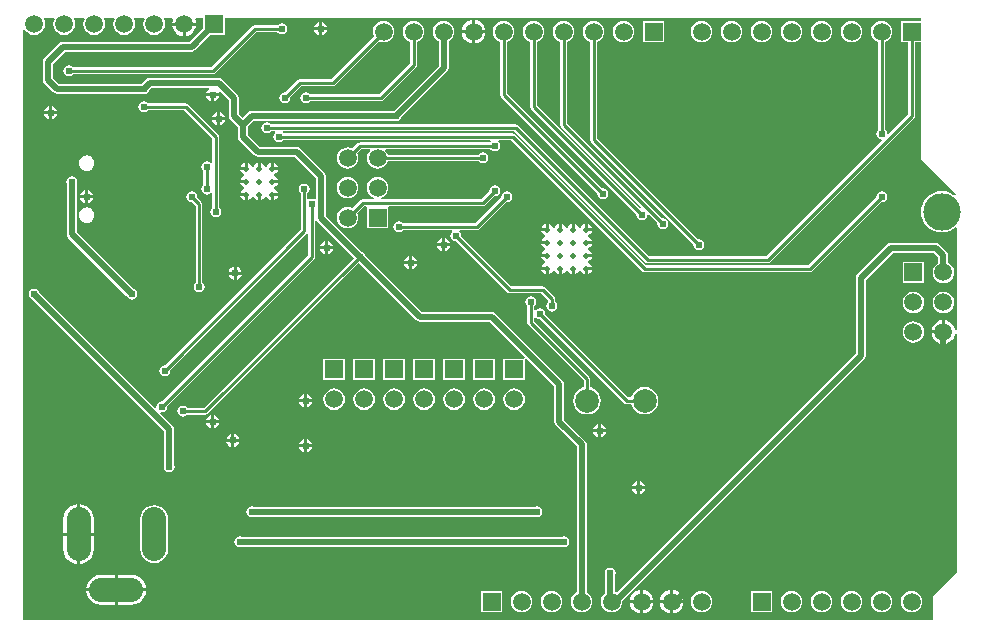
<source format=gbl>
G04 Layer_Physical_Order=2*
G04 Layer_Color=16711680*
%FSLAX25Y25*%
%MOIN*%
G70*
G01*
G75*
%ADD31C,0.02000*%
%ADD32C,0.01000*%
%ADD33C,0.05906*%
%ADD34R,0.05906X0.05906*%
%ADD35O,0.08000X0.18000*%
%ADD36O,0.18000X0.08000*%
%ADD37C,0.12500*%
%ADD38C,0.07874*%
%ADD39R,0.05906X0.05906*%
%ADD40C,0.02400*%
%ADD41C,0.01969*%
%ADD42C,0.00800*%
G36*
X303150Y203553D02*
X296447D01*
Y196447D01*
X298879D01*
Y172465D01*
X292324Y165910D01*
X292122Y165947D01*
X291814Y166107D01*
X291696Y166702D01*
X291298Y167298D01*
X291122Y167415D01*
Y196619D01*
X291792Y196897D01*
X292534Y197466D01*
X293103Y198208D01*
X293461Y199073D01*
X293583Y200000D01*
X293461Y200927D01*
X293103Y201792D01*
X292534Y202534D01*
X291792Y203103D01*
X290927Y203461D01*
X290000Y203583D01*
X289073Y203461D01*
X288208Y203103D01*
X287466Y202534D01*
X286897Y201792D01*
X286539Y200927D01*
X286417Y200000D01*
X286539Y199073D01*
X286897Y198208D01*
X287466Y197466D01*
X288208Y196897D01*
X288878Y196619D01*
Y167415D01*
X288702Y167298D01*
X288304Y166702D01*
X288165Y166000D01*
X288304Y165298D01*
X288702Y164702D01*
X289298Y164304D01*
X289893Y164186D01*
X290053Y163878D01*
X290090Y163676D01*
X251535Y125122D01*
X212465D01*
X168793Y168793D01*
X168429Y169036D01*
X168000Y169122D01*
X168000Y169122D01*
X86415D01*
X86298Y169298D01*
X85702Y169696D01*
X85000Y169835D01*
X84298Y169696D01*
X83702Y169298D01*
X83304Y168702D01*
X83165Y168000D01*
X83304Y167298D01*
X83702Y166702D01*
X84298Y166304D01*
X85000Y166165D01*
X85702Y166304D01*
X86298Y166702D01*
X86415Y166878D01*
X87671D01*
X87823Y166378D01*
X87702Y166298D01*
X87304Y165702D01*
X87165Y165000D01*
X87304Y164298D01*
X87702Y163702D01*
X88298Y163304D01*
X89000Y163165D01*
X89702Y163304D01*
X90298Y163702D01*
X90415Y163878D01*
X159424D01*
X159641Y163378D01*
X159436Y163122D01*
X116098D01*
X115669Y163036D01*
X115305Y162793D01*
X115305Y162793D01*
X113597Y161084D01*
X112926Y161362D01*
X111999Y161484D01*
X111072Y161362D01*
X110207Y161004D01*
X109465Y160435D01*
X108896Y159693D01*
X108538Y158828D01*
X108416Y157901D01*
X108538Y156973D01*
X108896Y156109D01*
X109465Y155367D01*
X110207Y154797D01*
X111072Y154439D01*
X111999Y154317D01*
X112926Y154439D01*
X113791Y154797D01*
X114533Y155367D01*
X115102Y156109D01*
X115460Y156973D01*
X115582Y157901D01*
X115460Y158828D01*
X115183Y159498D01*
X116563Y160878D01*
X119310D01*
X119422Y160378D01*
X118896Y159693D01*
X118538Y158828D01*
X118416Y157901D01*
X118538Y156973D01*
X118896Y156109D01*
X119465Y155367D01*
X120207Y154797D01*
X121072Y154439D01*
X121999Y154317D01*
X122926Y154439D01*
X123791Y154797D01*
X124533Y155367D01*
X125102Y156109D01*
X125380Y156779D01*
X155651D01*
X155702Y156702D01*
X156298Y156304D01*
X157000Y156165D01*
X157702Y156304D01*
X158298Y156702D01*
X158696Y157298D01*
X158835Y158000D01*
X158696Y158702D01*
X158298Y159298D01*
X157702Y159696D01*
X157000Y159835D01*
X156298Y159696D01*
X155702Y159298D01*
X155518Y159022D01*
X125380D01*
X125102Y159693D01*
X124576Y160378D01*
X124688Y160878D01*
X159585D01*
X159702Y160702D01*
X160298Y160304D01*
X161000Y160165D01*
X161702Y160304D01*
X162298Y160702D01*
X162696Y161298D01*
X162835Y162000D01*
X162696Y162702D01*
X162298Y163298D01*
X162177Y163378D01*
X162329Y163878D01*
X166535D01*
X210207Y120207D01*
X210207Y120207D01*
X210571Y119964D01*
X211000Y119878D01*
X211000Y119878D01*
X266000D01*
X266000Y119878D01*
X266429Y119964D01*
X266793Y120207D01*
X289792Y143206D01*
X290000Y143165D01*
X290702Y143304D01*
X291298Y143702D01*
X291696Y144298D01*
X291835Y145000D01*
X291696Y145702D01*
X291298Y146298D01*
X290702Y146696D01*
X290000Y146835D01*
X289298Y146696D01*
X288702Y146298D01*
X288304Y145702D01*
X288165Y145000D01*
X288206Y144792D01*
X265535Y122122D01*
X211465D01*
X167793Y165793D01*
X167429Y166036D01*
X167000Y166122D01*
X167000Y166122D01*
X90564D01*
X90359Y166378D01*
X90576Y166878D01*
X167535D01*
X211207Y123207D01*
X211207Y123207D01*
X211571Y122964D01*
X212000Y122878D01*
X212000Y122878D01*
X252000D01*
X252000Y122878D01*
X252429Y122964D01*
X252793Y123207D01*
X300793Y171207D01*
X300793Y171207D01*
X301036Y171571D01*
X301122Y172000D01*
X301121Y172000D01*
Y196447D01*
X303150D01*
Y157480D01*
X314743Y145887D01*
X314708Y145644D01*
X314174Y145436D01*
X313824Y145723D01*
X312634Y146359D01*
X311343Y146751D01*
X310000Y146883D01*
X308657Y146751D01*
X307366Y146359D01*
X306176Y145723D01*
X305133Y144867D01*
X304277Y143824D01*
X303641Y142634D01*
X303249Y141343D01*
X303117Y140000D01*
X303249Y138657D01*
X303641Y137366D01*
X304277Y136176D01*
X305133Y135133D01*
X306176Y134277D01*
X307366Y133641D01*
X308657Y133249D01*
X310000Y133117D01*
X311343Y133249D01*
X312634Y133641D01*
X313824Y134277D01*
X314461Y134799D01*
X314961Y134563D01*
Y100531D01*
X314461Y100498D01*
X314403Y100934D01*
X314005Y101896D01*
X313371Y102721D01*
X312546Y103355D01*
X311584Y103753D01*
X311052Y103823D01*
Y99902D01*
Y95981D01*
X311584Y96051D01*
X312546Y96450D01*
X313371Y97083D01*
X314005Y97909D01*
X314403Y98870D01*
X314461Y99307D01*
X314961Y99274D01*
Y19685D01*
X307087Y11811D01*
Y3937D01*
X3937D01*
Y200515D01*
X4258Y200650D01*
X4437Y200656D01*
X4966Y199966D01*
X5708Y199397D01*
X6572Y199039D01*
X7500Y198917D01*
X8427Y199039D01*
X9292Y199397D01*
X10034Y199966D01*
X10603Y200708D01*
X10961Y201573D01*
X11083Y202500D01*
X10961Y203427D01*
X10631Y204224D01*
X10824Y204724D01*
X14176D01*
X14369Y204224D01*
X14039Y203427D01*
X13917Y202500D01*
X14039Y201573D01*
X14397Y200708D01*
X14966Y199966D01*
X15708Y199397D01*
X16573Y199039D01*
X17500Y198917D01*
X18427Y199039D01*
X19292Y199397D01*
X20034Y199966D01*
X20603Y200708D01*
X20961Y201573D01*
X21083Y202500D01*
X20961Y203427D01*
X20631Y204224D01*
X20824Y204724D01*
X24176D01*
X24369Y204224D01*
X24039Y203427D01*
X23917Y202500D01*
X24039Y201573D01*
X24397Y200708D01*
X24966Y199966D01*
X25708Y199397D01*
X26573Y199039D01*
X27500Y198917D01*
X28427Y199039D01*
X29292Y199397D01*
X30034Y199966D01*
X30603Y200708D01*
X30961Y201573D01*
X31083Y202500D01*
X30961Y203427D01*
X30631Y204224D01*
X30824Y204724D01*
X34176D01*
X34369Y204224D01*
X34039Y203427D01*
X33917Y202500D01*
X34039Y201573D01*
X34397Y200708D01*
X34966Y199966D01*
X35708Y199397D01*
X36573Y199039D01*
X37500Y198917D01*
X38427Y199039D01*
X39292Y199397D01*
X40034Y199966D01*
X40603Y200708D01*
X40961Y201573D01*
X41083Y202500D01*
X40961Y203427D01*
X40631Y204224D01*
X40824Y204724D01*
X44176D01*
X44369Y204224D01*
X44039Y203427D01*
X43917Y202500D01*
X44039Y201573D01*
X44397Y200708D01*
X44966Y199966D01*
X45708Y199397D01*
X46573Y199039D01*
X47500Y198917D01*
X48427Y199039D01*
X49292Y199397D01*
X50034Y199966D01*
X50603Y200708D01*
X50961Y201573D01*
X51083Y202500D01*
X50961Y203427D01*
X50631Y204224D01*
X50824Y204724D01*
X53625D01*
X53936Y204224D01*
X53649Y203532D01*
X53579Y203000D01*
X57500D01*
X61421D01*
X61351Y203532D01*
X61064Y204224D01*
X61375Y204724D01*
X63947D01*
Y201254D01*
X59324Y196631D01*
X17000D01*
X16376Y196507D01*
X15846Y196153D01*
X10847Y191154D01*
X10493Y190624D01*
X10369Y190000D01*
Y184000D01*
X10493Y183376D01*
X10847Y182846D01*
X13847Y179847D01*
X14376Y179493D01*
X15000Y179369D01*
X43202D01*
X43298Y179304D01*
X44000Y179165D01*
X44702Y179304D01*
X45298Y179702D01*
X45696Y180298D01*
X45718Y180411D01*
X46676Y181369D01*
X65685D01*
X65837Y180869D01*
X65414Y180586D01*
X64928Y179858D01*
X64856Y179500D01*
X69144D01*
X69072Y179858D01*
X68962Y180024D01*
X69350Y180343D01*
X72369Y177324D01*
Y172000D01*
X72493Y171376D01*
X72847Y170846D01*
X75282Y168411D01*
X75304Y168298D01*
X75369Y168202D01*
Y165000D01*
X75493Y164376D01*
X75846Y163847D01*
X80847Y158846D01*
X81376Y158493D01*
X82000Y158369D01*
X94324D01*
X101369Y151324D01*
Y144352D01*
X100869Y144084D01*
X100702Y144196D01*
X100000Y144335D01*
X99298Y144196D01*
X99122Y144078D01*
X98622Y144345D01*
Y146085D01*
X98798Y146202D01*
X99196Y146798D01*
X99335Y147500D01*
X99196Y148202D01*
X98798Y148798D01*
X98202Y149196D01*
X97500Y149335D01*
X96798Y149196D01*
X96202Y148798D01*
X95804Y148202D01*
X95665Y147500D01*
X95804Y146798D01*
X96202Y146202D01*
X96378Y146085D01*
Y133965D01*
X51208Y88794D01*
X51000Y88835D01*
X50298Y88696D01*
X49702Y88298D01*
X49304Y87702D01*
X49165Y87000D01*
X49304Y86298D01*
X49702Y85702D01*
X50298Y85304D01*
X51000Y85165D01*
X51702Y85304D01*
X52298Y85702D01*
X52696Y86298D01*
X52835Y87000D01*
X52794Y87208D01*
X98293Y132707D01*
X98378Y132835D01*
X98878Y132683D01*
Y125465D01*
X50208Y76794D01*
X50000Y76835D01*
X49298Y76696D01*
X48702Y76298D01*
X48304Y75702D01*
X48165Y75000D01*
X48202Y74812D01*
X47741Y74566D01*
X9218Y113089D01*
X9196Y113202D01*
X8798Y113798D01*
X8202Y114196D01*
X7500Y114335D01*
X6798Y114196D01*
X6202Y113798D01*
X5804Y113202D01*
X5665Y112500D01*
X5804Y111798D01*
X6202Y111202D01*
X6798Y110804D01*
X6911Y110782D01*
X50869Y66824D01*
Y55798D01*
X50804Y55702D01*
X50665Y55000D01*
X50804Y54298D01*
X51202Y53702D01*
X51798Y53304D01*
X52500Y53165D01*
X53202Y53304D01*
X53798Y53702D01*
X54196Y54298D01*
X54335Y55000D01*
X54196Y55702D01*
X54131Y55798D01*
Y67500D01*
X54007Y68124D01*
X53654Y68654D01*
X49566Y72741D01*
X49812Y73202D01*
X50000Y73165D01*
X50702Y73304D01*
X51298Y73702D01*
X51696Y74298D01*
X51835Y75000D01*
X51794Y75208D01*
X100793Y124207D01*
X100793Y124207D01*
X101036Y124571D01*
X101122Y125000D01*
X101122Y125000D01*
Y137031D01*
X101622Y137183D01*
X101847Y136846D01*
X114053Y124639D01*
X64035Y74622D01*
X58415D01*
X58298Y74798D01*
X57702Y75196D01*
X57000Y75335D01*
X56298Y75196D01*
X55702Y74798D01*
X55304Y74202D01*
X55165Y73500D01*
X55304Y72798D01*
X55702Y72202D01*
X56298Y71804D01*
X57000Y71665D01*
X57702Y71804D01*
X58298Y72202D01*
X58415Y72378D01*
X64500D01*
X64500Y72378D01*
X64929Y72464D01*
X65293Y72707D01*
X115639Y123053D01*
X134846Y103847D01*
X135376Y103493D01*
X136000Y103369D01*
X159324D01*
X171202Y91491D01*
X170933Y91053D01*
X170602Y91053D01*
X163947D01*
Y83947D01*
X171053D01*
Y90569D01*
X171053Y90933D01*
X171491Y91202D01*
X180869Y81824D01*
Y70000D01*
X180993Y69376D01*
X181346Y68846D01*
X188369Y61824D01*
Y13170D01*
X188208Y13103D01*
X187466Y12534D01*
X186897Y11792D01*
X186539Y10927D01*
X186417Y10000D01*
X186539Y9072D01*
X186897Y8208D01*
X187466Y7466D01*
X188208Y6897D01*
X189073Y6539D01*
X190000Y6417D01*
X190927Y6539D01*
X191792Y6897D01*
X192534Y7466D01*
X193103Y8208D01*
X193461Y9072D01*
X193583Y10000D01*
X193461Y10927D01*
X193103Y11792D01*
X192534Y12534D01*
X191792Y13103D01*
X191631Y13170D01*
Y62500D01*
X191507Y63124D01*
X191154Y63653D01*
X184131Y70676D01*
Y82500D01*
X184131Y82500D01*
X184007Y83124D01*
X183653Y83653D01*
X161153Y106154D01*
X160624Y106507D01*
X160000Y106631D01*
X136676D01*
X117718Y125589D01*
X117696Y125702D01*
X117298Y126298D01*
X116702Y126696D01*
X116589Y126718D01*
X104631Y138676D01*
Y152000D01*
X104507Y152624D01*
X104154Y153154D01*
X96153Y161153D01*
X95624Y161507D01*
X95000Y161631D01*
X82676D01*
X78631Y165676D01*
Y168202D01*
X78696Y168298D01*
X78718Y168411D01*
X80676Y170369D01*
X127202D01*
X127298Y170304D01*
X128000Y170165D01*
X128702Y170304D01*
X129298Y170702D01*
X129696Y171298D01*
X129718Y171411D01*
X145153Y186846D01*
X145507Y187376D01*
X145631Y188000D01*
Y196830D01*
X145792Y196897D01*
X146534Y197466D01*
X147103Y198208D01*
X147461Y199073D01*
X147583Y200000D01*
X147461Y200927D01*
X147103Y201792D01*
X146534Y202534D01*
X145792Y203103D01*
X144927Y203461D01*
X144000Y203583D01*
X143073Y203461D01*
X142208Y203103D01*
X141466Y202534D01*
X140897Y201792D01*
X140539Y200927D01*
X140417Y200000D01*
X140539Y199073D01*
X140897Y198208D01*
X141466Y197466D01*
X142208Y196897D01*
X142369Y196830D01*
Y188676D01*
X127411Y173718D01*
X127298Y173696D01*
X127202Y173631D01*
X80000D01*
X79376Y173507D01*
X78847Y173153D01*
X77000Y171307D01*
X75631Y172676D01*
Y178000D01*
X75507Y178624D01*
X75153Y179154D01*
X70153Y184153D01*
X69624Y184507D01*
X69000Y184631D01*
X46000D01*
X45376Y184507D01*
X44846Y184153D01*
X43411Y182718D01*
X43298Y182696D01*
X43202Y182631D01*
X15676D01*
X13631Y184676D01*
Y189324D01*
X17676Y193369D01*
X60000D01*
X60624Y193493D01*
X61154Y193846D01*
X66254Y198947D01*
X71053D01*
Y204724D01*
X303150D01*
Y203553D01*
D02*
G37*
%LPC*%
G36*
X90000Y202835D02*
X89298Y202696D01*
X88702Y202298D01*
X88585Y202122D01*
X81000D01*
X81000Y202122D01*
X80571Y202036D01*
X80207Y201793D01*
X66535Y188122D01*
X20415D01*
X20298Y188298D01*
X19702Y188696D01*
X19000Y188835D01*
X18298Y188696D01*
X17702Y188298D01*
X17304Y187702D01*
X17165Y187000D01*
X17304Y186298D01*
X17702Y185702D01*
X18298Y185304D01*
X19000Y185165D01*
X19702Y185304D01*
X20298Y185702D01*
X20415Y185878D01*
X67000D01*
X67000Y185878D01*
X67429Y185964D01*
X67793Y186207D01*
X81465Y199878D01*
X88585D01*
X88702Y199702D01*
X89298Y199304D01*
X90000Y199165D01*
X90702Y199304D01*
X91298Y199702D01*
X91696Y200298D01*
X91835Y201000D01*
X91696Y201702D01*
X91298Y202298D01*
X90702Y202696D01*
X90000Y202835D01*
D02*
G37*
G36*
X103500Y203144D02*
Y201500D01*
X105144D01*
X105072Y201858D01*
X104586Y202586D01*
X103858Y203072D01*
X103500Y203144D01*
D02*
G37*
G36*
X102500D02*
X102142Y203072D01*
X101414Y202586D01*
X100928Y201858D01*
X100856Y201500D01*
X102500D01*
Y203144D01*
D02*
G37*
G36*
X154500Y203921D02*
Y200500D01*
X157921D01*
X157851Y201032D01*
X157453Y201993D01*
X156819Y202819D01*
X155993Y203453D01*
X155032Y203851D01*
X154500Y203921D01*
D02*
G37*
G36*
X153500D02*
X152968Y203851D01*
X152007Y203453D01*
X151181Y202819D01*
X150547Y201993D01*
X150149Y201032D01*
X150079Y200500D01*
X153500D01*
Y203921D01*
D02*
G37*
G36*
X105144Y200500D02*
X103500D01*
Y198856D01*
X103858Y198928D01*
X104586Y199414D01*
X105072Y200142D01*
X105144Y200500D01*
D02*
G37*
G36*
X102500D02*
X100856D01*
X100928Y200142D01*
X101414Y199414D01*
X102142Y198928D01*
X102500Y198856D01*
Y200500D01*
D02*
G37*
G36*
X61421Y202000D02*
X58000D01*
Y198579D01*
X58532Y198649D01*
X59493Y199047D01*
X60319Y199681D01*
X60953Y200507D01*
X61351Y201468D01*
X61421Y202000D01*
D02*
G37*
G36*
X57000D02*
X53579D01*
X53649Y201468D01*
X54047Y200507D01*
X54681Y199681D01*
X55507Y199047D01*
X56468Y198649D01*
X57000Y198579D01*
Y202000D01*
D02*
G37*
G36*
X217553Y203553D02*
X210447D01*
Y196447D01*
X217553D01*
Y203553D01*
D02*
G37*
G36*
X280000Y203583D02*
X279073Y203461D01*
X278208Y203103D01*
X277466Y202534D01*
X276897Y201792D01*
X276539Y200927D01*
X276417Y200000D01*
X276539Y199073D01*
X276897Y198208D01*
X277466Y197466D01*
X278208Y196897D01*
X279073Y196539D01*
X280000Y196417D01*
X280927Y196539D01*
X281792Y196897D01*
X282534Y197466D01*
X283103Y198208D01*
X283461Y199073D01*
X283583Y200000D01*
X283461Y200927D01*
X283103Y201792D01*
X282534Y202534D01*
X281792Y203103D01*
X280927Y203461D01*
X280000Y203583D01*
D02*
G37*
G36*
X270000D02*
X269073Y203461D01*
X268208Y203103D01*
X267466Y202534D01*
X266897Y201792D01*
X266539Y200927D01*
X266417Y200000D01*
X266539Y199073D01*
X266897Y198208D01*
X267466Y197466D01*
X268208Y196897D01*
X269073Y196539D01*
X270000Y196417D01*
X270927Y196539D01*
X271792Y196897D01*
X272534Y197466D01*
X273103Y198208D01*
X273461Y199073D01*
X273583Y200000D01*
X273461Y200927D01*
X273103Y201792D01*
X272534Y202534D01*
X271792Y203103D01*
X270927Y203461D01*
X270000Y203583D01*
D02*
G37*
G36*
X260000D02*
X259073Y203461D01*
X258208Y203103D01*
X257466Y202534D01*
X256897Y201792D01*
X256539Y200927D01*
X256417Y200000D01*
X256539Y199073D01*
X256897Y198208D01*
X257466Y197466D01*
X258208Y196897D01*
X259073Y196539D01*
X260000Y196417D01*
X260927Y196539D01*
X261792Y196897D01*
X262534Y197466D01*
X263103Y198208D01*
X263461Y199073D01*
X263583Y200000D01*
X263461Y200927D01*
X263103Y201792D01*
X262534Y202534D01*
X261792Y203103D01*
X260927Y203461D01*
X260000Y203583D01*
D02*
G37*
G36*
X250000D02*
X249073Y203461D01*
X248208Y203103D01*
X247466Y202534D01*
X246897Y201792D01*
X246539Y200927D01*
X246417Y200000D01*
X246539Y199073D01*
X246897Y198208D01*
X247466Y197466D01*
X248208Y196897D01*
X249073Y196539D01*
X250000Y196417D01*
X250927Y196539D01*
X251792Y196897D01*
X252534Y197466D01*
X253103Y198208D01*
X253461Y199073D01*
X253583Y200000D01*
X253461Y200927D01*
X253103Y201792D01*
X252534Y202534D01*
X251792Y203103D01*
X250927Y203461D01*
X250000Y203583D01*
D02*
G37*
G36*
X240000D02*
X239073Y203461D01*
X238208Y203103D01*
X237466Y202534D01*
X236897Y201792D01*
X236539Y200927D01*
X236417Y200000D01*
X236539Y199073D01*
X236897Y198208D01*
X237466Y197466D01*
X238208Y196897D01*
X239073Y196539D01*
X240000Y196417D01*
X240927Y196539D01*
X241792Y196897D01*
X242534Y197466D01*
X243103Y198208D01*
X243461Y199073D01*
X243583Y200000D01*
X243461Y200927D01*
X243103Y201792D01*
X242534Y202534D01*
X241792Y203103D01*
X240927Y203461D01*
X240000Y203583D01*
D02*
G37*
G36*
X230000D02*
X229073Y203461D01*
X228208Y203103D01*
X227466Y202534D01*
X226897Y201792D01*
X226539Y200927D01*
X226417Y200000D01*
X226539Y199073D01*
X226897Y198208D01*
X227466Y197466D01*
X228208Y196897D01*
X229073Y196539D01*
X230000Y196417D01*
X230927Y196539D01*
X231792Y196897D01*
X232534Y197466D01*
X233103Y198208D01*
X233461Y199073D01*
X233583Y200000D01*
X233461Y200927D01*
X233103Y201792D01*
X232534Y202534D01*
X231792Y203103D01*
X230927Y203461D01*
X230000Y203583D01*
D02*
G37*
G36*
X204000D02*
X203073Y203461D01*
X202208Y203103D01*
X201466Y202534D01*
X200897Y201792D01*
X200539Y200927D01*
X200417Y200000D01*
X200539Y199073D01*
X200897Y198208D01*
X201466Y197466D01*
X202208Y196897D01*
X203073Y196539D01*
X204000Y196417D01*
X204927Y196539D01*
X205792Y196897D01*
X206534Y197466D01*
X207103Y198208D01*
X207461Y199073D01*
X207583Y200000D01*
X207461Y200927D01*
X207103Y201792D01*
X206534Y202534D01*
X205792Y203103D01*
X204927Y203461D01*
X204000Y203583D01*
D02*
G37*
G36*
X124000D02*
X123073Y203461D01*
X122208Y203103D01*
X121466Y202534D01*
X120897Y201792D01*
X120539Y200927D01*
X120417Y200000D01*
X120539Y199073D01*
X120816Y198402D01*
X106535Y184122D01*
X96000D01*
X96000Y184122D01*
X95571Y184036D01*
X95207Y183793D01*
X95207Y183793D01*
X91208Y179794D01*
X91000Y179835D01*
X90298Y179696D01*
X89702Y179298D01*
X89304Y178702D01*
X89165Y178000D01*
X89304Y177298D01*
X89702Y176702D01*
X90298Y176304D01*
X91000Y176165D01*
X91702Y176304D01*
X92298Y176702D01*
X92696Y177298D01*
X92835Y178000D01*
X92794Y178208D01*
X96465Y181878D01*
X107000D01*
X107000Y181878D01*
X107429Y181964D01*
X107793Y182207D01*
X122402Y196816D01*
X123073Y196539D01*
X124000Y196417D01*
X124927Y196539D01*
X125792Y196897D01*
X126534Y197466D01*
X127103Y198208D01*
X127461Y199073D01*
X127583Y200000D01*
X127461Y200927D01*
X127103Y201792D01*
X126534Y202534D01*
X125792Y203103D01*
X124927Y203461D01*
X124000Y203583D01*
D02*
G37*
G36*
X157921Y199500D02*
X154500D01*
Y196079D01*
X155032Y196149D01*
X155993Y196547D01*
X156819Y197181D01*
X157453Y198007D01*
X157851Y198968D01*
X157921Y199500D01*
D02*
G37*
G36*
X153500D02*
X150079D01*
X150149Y198968D01*
X150547Y198007D01*
X151181Y197181D01*
X152007Y196547D01*
X152968Y196149D01*
X153500Y196079D01*
Y199500D01*
D02*
G37*
G36*
X134000Y203583D02*
X133073Y203461D01*
X132208Y203103D01*
X131466Y202534D01*
X130897Y201792D01*
X130539Y200927D01*
X130417Y200000D01*
X130539Y199073D01*
X130897Y198208D01*
X131466Y197466D01*
X132208Y196897D01*
X132878Y196619D01*
Y189465D01*
X122535Y179122D01*
X99415D01*
X99298Y179298D01*
X98702Y179696D01*
X98000Y179835D01*
X97298Y179696D01*
X96702Y179298D01*
X96304Y178702D01*
X96165Y178000D01*
X96304Y177298D01*
X96702Y176702D01*
X97298Y176304D01*
X98000Y176165D01*
X98702Y176304D01*
X99298Y176702D01*
X99415Y176878D01*
X123000D01*
X123000Y176878D01*
X123429Y176964D01*
X123793Y177207D01*
X134793Y188207D01*
X135036Y188571D01*
X135122Y189000D01*
X135122Y189000D01*
Y196619D01*
X135792Y196897D01*
X136534Y197466D01*
X137103Y198208D01*
X137461Y199073D01*
X137583Y200000D01*
X137461Y200927D01*
X137103Y201792D01*
X136534Y202534D01*
X135792Y203103D01*
X134927Y203461D01*
X134000Y203583D01*
D02*
G37*
G36*
X69144Y178500D02*
X67500D01*
Y176856D01*
X67858Y176928D01*
X68586Y177414D01*
X69072Y178142D01*
X69144Y178500D01*
D02*
G37*
G36*
X66500D02*
X64856D01*
X64928Y178142D01*
X65414Y177414D01*
X66142Y176928D01*
X66500Y176856D01*
Y178500D01*
D02*
G37*
G36*
X13500Y175144D02*
Y173500D01*
X15144D01*
X15072Y173858D01*
X14586Y174586D01*
X13858Y175072D01*
X13500Y175144D01*
D02*
G37*
G36*
X12500D02*
X12142Y175072D01*
X11414Y174586D01*
X10928Y173858D01*
X10856Y173500D01*
X12500D01*
Y175144D01*
D02*
G37*
G36*
X69500Y173144D02*
Y171500D01*
X71144D01*
X71072Y171858D01*
X70586Y172586D01*
X69858Y173072D01*
X69500Y173144D01*
D02*
G37*
G36*
X68500D02*
X68142Y173072D01*
X67414Y172586D01*
X66928Y171858D01*
X66856Y171500D01*
X68500D01*
Y173144D01*
D02*
G37*
G36*
X15144Y172500D02*
X13500D01*
Y170856D01*
X13858Y170928D01*
X14586Y171414D01*
X15072Y172142D01*
X15144Y172500D01*
D02*
G37*
G36*
X12500D02*
X10856D01*
X10928Y172142D01*
X11414Y171414D01*
X12142Y170928D01*
X12500Y170856D01*
Y172500D01*
D02*
G37*
G36*
X71144Y170500D02*
X69500D01*
Y168856D01*
X69858Y168928D01*
X70586Y169414D01*
X71072Y170142D01*
X71144Y170500D01*
D02*
G37*
G36*
X68500D02*
X66856D01*
X66928Y170142D01*
X67414Y169414D01*
X68142Y168928D01*
X68500Y168856D01*
Y170500D01*
D02*
G37*
G36*
X44000Y176835D02*
X43298Y176696D01*
X42702Y176298D01*
X42304Y175702D01*
X42165Y175000D01*
X42304Y174298D01*
X42702Y173702D01*
X43298Y173304D01*
X44000Y173165D01*
X44702Y173304D01*
X45298Y173702D01*
X45415Y173878D01*
X57535D01*
X66878Y164535D01*
Y156329D01*
X66378Y156177D01*
X66298Y156298D01*
X65702Y156696D01*
X65000Y156835D01*
X64298Y156696D01*
X63702Y156298D01*
X63304Y155702D01*
X63165Y155000D01*
X63304Y154298D01*
X63702Y153702D01*
X63878Y153585D01*
Y148915D01*
X63702Y148798D01*
X63304Y148202D01*
X63165Y147500D01*
X63304Y146798D01*
X63702Y146202D01*
X64298Y145804D01*
X65000Y145665D01*
X65702Y145804D01*
X66298Y146202D01*
X66378Y146323D01*
X66878Y146171D01*
Y141415D01*
X66702Y141298D01*
X66304Y140702D01*
X66165Y140000D01*
X66304Y139298D01*
X66702Y138702D01*
X67298Y138304D01*
X68000Y138165D01*
X68702Y138304D01*
X69298Y138702D01*
X69696Y139298D01*
X69835Y140000D01*
X69696Y140702D01*
X69298Y141298D01*
X69122Y141415D01*
Y165000D01*
X69122Y165000D01*
X69036Y165429D01*
X68793Y165793D01*
X68793Y165793D01*
X58793Y175793D01*
X58429Y176036D01*
X58000Y176122D01*
X58000Y176122D01*
X45415D01*
X45298Y176298D01*
X44702Y176696D01*
X44000Y176835D01*
D02*
G37*
G36*
X86331Y156254D02*
X86057Y156200D01*
X85400Y155761D01*
X84962Y155105D01*
X84920Y154897D01*
X84411D01*
X84369Y155105D01*
X83931Y155761D01*
X83274Y156200D01*
X83000Y156254D01*
Y154331D01*
X82000D01*
Y156254D01*
X81726Y156200D01*
X81069Y155761D01*
X80631Y155105D01*
X80589Y154897D01*
X80080D01*
X80038Y155105D01*
X79600Y155761D01*
X78944Y156200D01*
X78669Y156254D01*
Y154331D01*
X78169D01*
Y153831D01*
X76246D01*
X76300Y153557D01*
X76739Y152900D01*
X77395Y152462D01*
X77603Y152420D01*
Y151910D01*
X77395Y151869D01*
X76739Y151431D01*
X76300Y150774D01*
X76246Y150500D01*
X78169D01*
Y149500D01*
X76246D01*
X76300Y149226D01*
X76739Y148569D01*
X77395Y148131D01*
X77603Y148090D01*
Y147580D01*
X77395Y147538D01*
X76739Y147100D01*
X76300Y146443D01*
X76246Y146169D01*
X78169D01*
Y145669D01*
X78669D01*
Y143746D01*
X78944Y143800D01*
X79600Y144239D01*
X80038Y144895D01*
X80080Y145103D01*
X80589D01*
X80631Y144895D01*
X81069Y144239D01*
X81726Y143800D01*
X82000Y143746D01*
Y145669D01*
X83000D01*
Y143746D01*
X83274Y143800D01*
X83931Y144239D01*
X84369Y144895D01*
X84411Y145103D01*
X84920D01*
X84962Y144895D01*
X85400Y144239D01*
X86057Y143800D01*
X86331Y143746D01*
Y145669D01*
X86831D01*
Y146169D01*
X88754D01*
X88700Y146443D01*
X88261Y147100D01*
X87605Y147538D01*
X87397Y147580D01*
Y148090D01*
X87605Y148131D01*
X88261Y148569D01*
X88700Y149226D01*
X88754Y149500D01*
X86831D01*
Y150500D01*
X88754D01*
X88700Y150774D01*
X88261Y151431D01*
X87605Y151869D01*
X87397Y151910D01*
Y152420D01*
X87605Y152462D01*
X88261Y152900D01*
X88700Y153557D01*
X88754Y153831D01*
X86831D01*
Y154331D01*
X86331D01*
Y156254D01*
D02*
G37*
G36*
X87331D02*
Y154831D01*
X88754D01*
X88700Y155105D01*
X88261Y155761D01*
X87605Y156200D01*
X87331Y156254D01*
D02*
G37*
G36*
X77669D02*
X77395Y156200D01*
X76739Y155761D01*
X76300Y155105D01*
X76246Y154831D01*
X77669D01*
Y156254D01*
D02*
G37*
G36*
X25000Y158752D02*
X24329Y158664D01*
X23705Y158405D01*
X23168Y157993D01*
X22756Y157457D01*
X22498Y156832D01*
X22409Y156161D01*
X22498Y155491D01*
X22756Y154866D01*
X23168Y154330D01*
X23705Y153918D01*
X24329Y153659D01*
X25000Y153571D01*
X25670Y153659D01*
X26295Y153918D01*
X26832Y154330D01*
X27244Y154866D01*
X27502Y155491D01*
X27591Y156161D01*
X27502Y156832D01*
X27244Y157457D01*
X26832Y157993D01*
X26295Y158405D01*
X25670Y158664D01*
X25000Y158752D01*
D02*
G37*
G36*
X25500Y147144D02*
Y145500D01*
X27144D01*
X27072Y145858D01*
X26586Y146586D01*
X25858Y147072D01*
X25500Y147144D01*
D02*
G37*
G36*
X24500D02*
X24142Y147072D01*
X23414Y146586D01*
X22928Y145858D01*
X22856Y145500D01*
X24500D01*
Y147144D01*
D02*
G37*
G36*
X122000Y151583D02*
X121073Y151461D01*
X120208Y151103D01*
X119466Y150534D01*
X118897Y149792D01*
X118539Y148927D01*
X118417Y148000D01*
X118539Y147073D01*
X118897Y146208D01*
X119466Y145466D01*
X120208Y144897D01*
X120872Y144622D01*
X120773Y144122D01*
X117000D01*
X117000Y144122D01*
X116571Y144036D01*
X116207Y143793D01*
X116207Y143793D01*
X113598Y141184D01*
X112927Y141461D01*
X112000Y141583D01*
X111073Y141461D01*
X110208Y141103D01*
X109466Y140534D01*
X108897Y139792D01*
X108539Y138927D01*
X108417Y138000D01*
X108539Y137073D01*
X108897Y136208D01*
X109466Y135466D01*
X110208Y134897D01*
X111073Y134539D01*
X112000Y134417D01*
X112927Y134539D01*
X113792Y134897D01*
X114534Y135466D01*
X115103Y136208D01*
X115461Y137073D01*
X115583Y138000D01*
X115461Y138927D01*
X115184Y139598D01*
X117465Y141878D01*
X118082D01*
X118447Y141553D01*
X118447Y141378D01*
Y134447D01*
X125553D01*
Y141378D01*
X125553Y141553D01*
X125918Y141878D01*
X157000D01*
X157000Y141878D01*
X157429Y141964D01*
X157793Y142207D01*
X160792Y145206D01*
X161000Y145165D01*
X161702Y145304D01*
X162298Y145702D01*
X162696Y146298D01*
X162835Y147000D01*
X162696Y147702D01*
X162298Y148298D01*
X161702Y148696D01*
X161000Y148835D01*
X160298Y148696D01*
X159702Y148298D01*
X159304Y147702D01*
X159165Y147000D01*
X159206Y146792D01*
X156535Y144122D01*
X123227D01*
X123127Y144622D01*
X123792Y144897D01*
X124534Y145466D01*
X125103Y146208D01*
X125461Y147073D01*
X125583Y148000D01*
X125461Y148927D01*
X125103Y149792D01*
X124534Y150534D01*
X123792Y151103D01*
X122927Y151461D01*
X122000Y151583D01*
D02*
G37*
G36*
X112000D02*
X111073Y151461D01*
X110208Y151103D01*
X109466Y150534D01*
X108897Y149792D01*
X108539Y148927D01*
X108417Y148000D01*
X108539Y147073D01*
X108897Y146208D01*
X109466Y145466D01*
X110208Y144897D01*
X111073Y144539D01*
X112000Y144417D01*
X112927Y144539D01*
X113792Y144897D01*
X114534Y145466D01*
X115103Y146208D01*
X115461Y147073D01*
X115583Y148000D01*
X115461Y148927D01*
X115103Y149792D01*
X114534Y150534D01*
X113792Y151103D01*
X112927Y151461D01*
X112000Y151583D01*
D02*
G37*
G36*
X164000Y203583D02*
X163073Y203461D01*
X162208Y203103D01*
X161466Y202534D01*
X160897Y201792D01*
X160539Y200927D01*
X160417Y200000D01*
X160539Y199073D01*
X160897Y198208D01*
X161466Y197466D01*
X162208Y196897D01*
X162878Y196619D01*
Y179000D01*
X162878Y179000D01*
X162964Y178571D01*
X163207Y178207D01*
X195206Y146208D01*
X195165Y146000D01*
X195304Y145298D01*
X195702Y144702D01*
X196298Y144304D01*
X197000Y144165D01*
X197702Y144304D01*
X198298Y144702D01*
X198696Y145298D01*
X198835Y146000D01*
X198696Y146702D01*
X198298Y147298D01*
X197702Y147696D01*
X197000Y147835D01*
X196792Y147794D01*
X165122Y179465D01*
Y196619D01*
X165792Y196897D01*
X166534Y197466D01*
X167103Y198208D01*
X167461Y199073D01*
X167583Y200000D01*
X167461Y200927D01*
X167103Y201792D01*
X166534Y202534D01*
X165792Y203103D01*
X164927Y203461D01*
X164000Y203583D01*
D02*
G37*
G36*
X88754Y145169D02*
X87331D01*
Y143746D01*
X87605Y143800D01*
X88261Y144239D01*
X88700Y144895D01*
X88754Y145169D01*
D02*
G37*
G36*
X77669D02*
X76246D01*
X76300Y144895D01*
X76739Y144239D01*
X77395Y143800D01*
X77669Y143746D01*
Y145169D01*
D02*
G37*
G36*
X165000Y146835D02*
X164298Y146696D01*
X163702Y146298D01*
X163304Y145702D01*
X163165Y145000D01*
X163206Y144792D01*
X154535Y136122D01*
X130415D01*
X130298Y136298D01*
X129702Y136696D01*
X129000Y136835D01*
X128298Y136696D01*
X127702Y136298D01*
X127304Y135702D01*
X127165Y135000D01*
X127304Y134298D01*
X127702Y133702D01*
X128298Y133304D01*
X129000Y133165D01*
X129702Y133304D01*
X130298Y133702D01*
X130415Y133878D01*
X146671D01*
X146823Y133378D01*
X146702Y133298D01*
X146304Y132702D01*
X146165Y132000D01*
X146304Y131298D01*
X146702Y130702D01*
X147298Y130304D01*
X148000Y130165D01*
X148208Y130206D01*
X165207Y113207D01*
X165207Y113207D01*
X165571Y112964D01*
X166000Y112878D01*
X176535D01*
X178878Y110535D01*
Y109915D01*
X178702Y109798D01*
X178304Y109202D01*
X178165Y108500D01*
X178304Y107798D01*
X178702Y107202D01*
X179298Y106804D01*
X180000Y106665D01*
X180702Y106804D01*
X181298Y107202D01*
X181696Y107798D01*
X181835Y108500D01*
X181696Y109202D01*
X181298Y109798D01*
X181122Y109915D01*
Y111000D01*
X181122Y111000D01*
X181036Y111429D01*
X180793Y111793D01*
X177793Y114793D01*
X177429Y115036D01*
X177000Y115122D01*
X177000Y115122D01*
X166465D01*
X149794Y131792D01*
X149835Y132000D01*
X149696Y132702D01*
X149298Y133298D01*
X149177Y133378D01*
X149329Y133878D01*
X155000D01*
X155000Y133878D01*
X155429Y133964D01*
X155793Y134207D01*
X164792Y143206D01*
X165000Y143165D01*
X165702Y143304D01*
X166298Y143702D01*
X166696Y144298D01*
X166835Y145000D01*
X166696Y145702D01*
X166298Y146298D01*
X165702Y146696D01*
X165000Y146835D01*
D02*
G37*
G36*
X27144Y144500D02*
X25500D01*
Y142856D01*
X25858Y142928D01*
X26586Y143414D01*
X27072Y144142D01*
X27144Y144500D01*
D02*
G37*
G36*
X24500D02*
X22856D01*
X22928Y144142D01*
X23414Y143414D01*
X24142Y142928D01*
X24500Y142856D01*
Y144500D01*
D02*
G37*
G36*
X184000Y203583D02*
X183073Y203461D01*
X182208Y203103D01*
X181466Y202534D01*
X180897Y201792D01*
X180539Y200927D01*
X180417Y200000D01*
X180539Y199073D01*
X180897Y198208D01*
X181466Y197466D01*
X182208Y196897D01*
X182878Y196619D01*
Y169000D01*
X182878Y169000D01*
X182964Y168571D01*
X183207Y168207D01*
X209780Y141633D01*
X209789Y141589D01*
X209598Y141109D01*
X209481Y141105D01*
X175122Y175465D01*
Y196619D01*
X175792Y196897D01*
X176534Y197466D01*
X177103Y198208D01*
X177461Y199073D01*
X177583Y200000D01*
X177461Y200927D01*
X177103Y201792D01*
X176534Y202534D01*
X175792Y203103D01*
X174927Y203461D01*
X174000Y203583D01*
X173073Y203461D01*
X172208Y203103D01*
X171466Y202534D01*
X170897Y201792D01*
X170539Y200927D01*
X170417Y200000D01*
X170539Y199073D01*
X170897Y198208D01*
X171466Y197466D01*
X172208Y196897D01*
X172878Y196619D01*
Y175000D01*
X172878Y175000D01*
X172964Y174571D01*
X173207Y174207D01*
X208206Y139208D01*
X208165Y139000D01*
X208304Y138298D01*
X208702Y137702D01*
X209298Y137304D01*
X210000Y137165D01*
X210702Y137304D01*
X211298Y137702D01*
X211696Y138298D01*
X211814Y138893D01*
X212122Y139053D01*
X212324Y139090D01*
X215206Y136208D01*
X215165Y136000D01*
X215304Y135298D01*
X215702Y134702D01*
X216298Y134304D01*
X217000Y134165D01*
X217702Y134304D01*
X218298Y134702D01*
X218696Y135298D01*
X218835Y136000D01*
X218696Y136702D01*
X218298Y137298D01*
X217702Y137696D01*
X217000Y137835D01*
X216792Y137794D01*
X185122Y169465D01*
Y196619D01*
X185792Y196897D01*
X186534Y197466D01*
X187103Y198208D01*
X187461Y199073D01*
X187583Y200000D01*
X187461Y200927D01*
X187103Y201792D01*
X186534Y202534D01*
X185792Y203103D01*
X184927Y203461D01*
X184000Y203583D01*
D02*
G37*
G36*
X25000Y141429D02*
X24329Y141341D01*
X23705Y141082D01*
X23168Y140671D01*
X22756Y140134D01*
X22498Y139509D01*
X22409Y138839D01*
X22498Y138168D01*
X22756Y137543D01*
X23168Y137007D01*
X23705Y136595D01*
X24329Y136336D01*
X25000Y136248D01*
X25670Y136336D01*
X26295Y136595D01*
X26832Y137007D01*
X27244Y137543D01*
X27502Y138168D01*
X27591Y138839D01*
X27502Y139509D01*
X27244Y140134D01*
X26832Y140671D01*
X26295Y141082D01*
X25670Y141341D01*
X25000Y141429D01*
D02*
G37*
G36*
X190996Y135920D02*
X190722Y135865D01*
X190066Y135427D01*
X189627Y134770D01*
X189586Y134563D01*
X189076D01*
X189034Y134770D01*
X188596Y135427D01*
X187940Y135865D01*
X187665Y135920D01*
Y133996D01*
X186665D01*
Y135920D01*
X186391Y135865D01*
X185735Y135427D01*
X185296Y134770D01*
X185255Y134563D01*
X184745D01*
X184704Y134770D01*
X184265Y135427D01*
X183609Y135865D01*
X183335Y135920D01*
Y133996D01*
X182335D01*
Y135920D01*
X182060Y135865D01*
X181404Y135427D01*
X180965Y134770D01*
X180924Y134563D01*
X180414D01*
X180373Y134770D01*
X179935Y135427D01*
X179278Y135865D01*
X179004Y135920D01*
Y133996D01*
X178504D01*
Y133496D01*
X176580D01*
X176635Y133222D01*
X177073Y132565D01*
X177730Y132127D01*
X177937Y132086D01*
Y131576D01*
X177730Y131535D01*
X177073Y131096D01*
X176635Y130440D01*
X176580Y130165D01*
X178504D01*
Y129165D01*
X176580D01*
X176635Y128891D01*
X177073Y128235D01*
X177730Y127796D01*
X177937Y127755D01*
Y127245D01*
X177730Y127204D01*
X177073Y126765D01*
X176635Y126109D01*
X176580Y125835D01*
X178504D01*
Y124835D01*
X176580D01*
X176635Y124560D01*
X177073Y123904D01*
X177730Y123466D01*
X177937Y123424D01*
Y122914D01*
X177730Y122873D01*
X177073Y122434D01*
X176635Y121778D01*
X176580Y121504D01*
X178504D01*
Y121004D01*
X179004D01*
Y119080D01*
X179278Y119135D01*
X179935Y119573D01*
X180373Y120230D01*
X180414Y120438D01*
X180924D01*
X180965Y120230D01*
X181404Y119573D01*
X182060Y119135D01*
X182335Y119080D01*
Y121004D01*
X183335D01*
Y119080D01*
X183609Y119135D01*
X184265Y119573D01*
X184704Y120230D01*
X184745Y120438D01*
X185255D01*
X185296Y120230D01*
X185735Y119573D01*
X186391Y119135D01*
X186665Y119080D01*
Y121004D01*
X187665D01*
Y119080D01*
X187940Y119135D01*
X188596Y119573D01*
X189034Y120230D01*
X189076Y120438D01*
X189586D01*
X189627Y120230D01*
X190066Y119573D01*
X190722Y119135D01*
X190996Y119080D01*
Y121004D01*
X191496D01*
Y121504D01*
X193420D01*
X193365Y121778D01*
X192927Y122434D01*
X192270Y122873D01*
X192062Y122914D01*
Y123424D01*
X192270Y123466D01*
X192927Y123904D01*
X193365Y124560D01*
X193420Y124835D01*
X191496D01*
Y125835D01*
X193420D01*
X193365Y126109D01*
X192927Y126765D01*
X192270Y127204D01*
X192062Y127245D01*
Y127755D01*
X192270Y127796D01*
X192927Y128235D01*
X193365Y128891D01*
X193420Y129165D01*
X191496D01*
Y130165D01*
X193420D01*
X193365Y130440D01*
X192927Y131096D01*
X192270Y131535D01*
X192062Y131576D01*
Y132086D01*
X192270Y132127D01*
X192927Y132565D01*
X193365Y133222D01*
X193420Y133496D01*
X191496D01*
Y133996D01*
X190996D01*
Y135920D01*
D02*
G37*
G36*
X191996D02*
Y134496D01*
X193420D01*
X193365Y134770D01*
X192927Y135427D01*
X192270Y135865D01*
X191996Y135920D01*
D02*
G37*
G36*
X178004D02*
X177730Y135865D01*
X177073Y135427D01*
X176635Y134770D01*
X176580Y134496D01*
X178004D01*
Y135920D01*
D02*
G37*
G36*
X144500Y131144D02*
Y129500D01*
X146144D01*
X146072Y129858D01*
X145586Y130586D01*
X144858Y131072D01*
X144500Y131144D01*
D02*
G37*
G36*
X143500D02*
X143142Y131072D01*
X142414Y130586D01*
X141928Y129858D01*
X141856Y129500D01*
X143500D01*
Y131144D01*
D02*
G37*
G36*
X105500Y130144D02*
Y128500D01*
X107144D01*
X107072Y128858D01*
X106586Y129586D01*
X105858Y130072D01*
X105500Y130144D01*
D02*
G37*
G36*
X104500D02*
X104142Y130072D01*
X103414Y129586D01*
X102928Y128858D01*
X102856Y128500D01*
X104500D01*
Y130144D01*
D02*
G37*
G36*
X194000Y203583D02*
X193073Y203461D01*
X192208Y203103D01*
X191466Y202534D01*
X190897Y201792D01*
X190539Y200927D01*
X190417Y200000D01*
X190539Y199073D01*
X190897Y198208D01*
X191466Y197466D01*
X192208Y196897D01*
X192878Y196619D01*
Y164000D01*
X192878Y164000D01*
X192964Y163571D01*
X193207Y163207D01*
X227206Y129208D01*
X227165Y129000D01*
X227304Y128298D01*
X227702Y127702D01*
X228298Y127304D01*
X229000Y127165D01*
X229702Y127304D01*
X230298Y127702D01*
X230696Y128298D01*
X230835Y129000D01*
X230696Y129702D01*
X230298Y130298D01*
X229702Y130696D01*
X229000Y130835D01*
X228792Y130794D01*
X195122Y164465D01*
Y196619D01*
X195792Y196897D01*
X196534Y197466D01*
X197103Y198208D01*
X197461Y199073D01*
X197583Y200000D01*
X197461Y200927D01*
X197103Y201792D01*
X196534Y202534D01*
X195792Y203103D01*
X194927Y203461D01*
X194000Y203583D01*
D02*
G37*
G36*
X146144Y128500D02*
X144500D01*
Y126856D01*
X144858Y126928D01*
X145586Y127414D01*
X146072Y128142D01*
X146144Y128500D01*
D02*
G37*
G36*
X143500D02*
X141856D01*
X141928Y128142D01*
X142414Y127414D01*
X143142Y126928D01*
X143500Y126856D01*
Y128500D01*
D02*
G37*
G36*
X107144Y127500D02*
X105500D01*
Y125856D01*
X105858Y125928D01*
X106586Y126414D01*
X107072Y127142D01*
X107144Y127500D01*
D02*
G37*
G36*
X104500D02*
X102856D01*
X102928Y127142D01*
X103414Y126414D01*
X104142Y125928D01*
X104500Y125856D01*
Y127500D01*
D02*
G37*
G36*
X133500Y125144D02*
Y123500D01*
X135144D01*
X135072Y123858D01*
X134586Y124586D01*
X133858Y125072D01*
X133500Y125144D01*
D02*
G37*
G36*
X132500D02*
X132142Y125072D01*
X131414Y124586D01*
X130928Y123858D01*
X130856Y123500D01*
X132500D01*
Y125144D01*
D02*
G37*
G36*
X135144Y122500D02*
X133500D01*
Y120856D01*
X133858Y120928D01*
X134586Y121414D01*
X135072Y122142D01*
X135144Y122500D01*
D02*
G37*
G36*
X132500D02*
X130856D01*
X130928Y122142D01*
X131414Y121414D01*
X132142Y120928D01*
X132500Y120856D01*
Y122500D01*
D02*
G37*
G36*
X75000Y121644D02*
Y120000D01*
X76644D01*
X76572Y120358D01*
X76086Y121086D01*
X75358Y121572D01*
X75000Y121644D01*
D02*
G37*
G36*
X74000D02*
X73642Y121572D01*
X72914Y121086D01*
X72428Y120358D01*
X72356Y120000D01*
X74000D01*
Y121644D01*
D02*
G37*
G36*
X193420Y120504D02*
X191996D01*
Y119080D01*
X192270Y119135D01*
X192927Y119573D01*
X193365Y120230D01*
X193420Y120504D01*
D02*
G37*
G36*
X178004D02*
X176580D01*
X176635Y120230D01*
X177073Y119573D01*
X177730Y119135D01*
X178004Y119080D01*
Y120504D01*
D02*
G37*
G36*
X76644Y119000D02*
X75000D01*
Y117356D01*
X75358Y117428D01*
X76086Y117914D01*
X76572Y118642D01*
X76644Y119000D01*
D02*
G37*
G36*
X74000D02*
X72356D01*
X72428Y118642D01*
X72914Y117914D01*
X73642Y117428D01*
X74000Y117356D01*
Y119000D01*
D02*
G37*
G36*
X304104Y123356D02*
X296999D01*
Y116250D01*
X304104D01*
Y123356D01*
D02*
G37*
G36*
X293000Y129631D02*
X292376Y129507D01*
X291846Y129154D01*
X281846Y119153D01*
X281493Y118624D01*
X281369Y118000D01*
Y92676D01*
X201794Y13101D01*
X201792Y13103D01*
X201131Y13377D01*
Y18702D01*
X201196Y18798D01*
X201335Y19500D01*
X201196Y20202D01*
X200798Y20798D01*
X200202Y21196D01*
X199500Y21335D01*
X198798Y21196D01*
X198202Y20798D01*
X197804Y20202D01*
X197665Y19500D01*
X197804Y18798D01*
X197869Y18702D01*
Y12843D01*
X197466Y12534D01*
X196897Y11792D01*
X196539Y10927D01*
X196417Y10000D01*
X196539Y9072D01*
X196897Y8208D01*
X197466Y7466D01*
X198208Y6897D01*
X199073Y6539D01*
X200000Y6417D01*
X200927Y6539D01*
X201792Y6897D01*
X202534Y7466D01*
X203103Y8208D01*
X203461Y9072D01*
X203583Y10000D01*
X203551Y10244D01*
X284154Y90847D01*
X284507Y91376D01*
X284631Y92000D01*
Y117324D01*
X293676Y126369D01*
X307324D01*
X308920Y124773D01*
Y122973D01*
X308759Y122906D01*
X308017Y122337D01*
X307448Y121595D01*
X307090Y120730D01*
X306968Y119803D01*
X307090Y118876D01*
X307448Y118011D01*
X308017Y117269D01*
X308759Y116700D01*
X309624Y116342D01*
X310551Y116220D01*
X311479Y116342D01*
X312343Y116700D01*
X313085Y117269D01*
X313654Y118011D01*
X314013Y118876D01*
X314135Y119803D01*
X314013Y120730D01*
X313654Y121595D01*
X313085Y122337D01*
X312343Y122906D01*
X312182Y122973D01*
Y125449D01*
X312058Y126073D01*
X311705Y126602D01*
X309154Y129154D01*
X308624Y129507D01*
X308000Y129631D01*
X293000D01*
X293000Y129631D01*
D02*
G37*
G36*
X60000Y146835D02*
X59298Y146696D01*
X58702Y146298D01*
X58304Y145702D01*
X58165Y145000D01*
X58304Y144298D01*
X58702Y143702D01*
X59298Y143304D01*
X60000Y143165D01*
X60208Y143206D01*
X61378Y142035D01*
Y116415D01*
X61202Y116298D01*
X60804Y115702D01*
X60665Y115000D01*
X60804Y114298D01*
X61202Y113702D01*
X61798Y113304D01*
X62500Y113165D01*
X63202Y113304D01*
X63798Y113702D01*
X64196Y114298D01*
X64335Y115000D01*
X64196Y115702D01*
X63798Y116298D01*
X63622Y116415D01*
Y142500D01*
X63536Y142929D01*
X63293Y143293D01*
X63293Y143293D01*
X61794Y144792D01*
X61835Y145000D01*
X61696Y145702D01*
X61298Y146298D01*
X60702Y146696D01*
X60000Y146835D01*
D02*
G37*
G36*
X20000Y151835D02*
X19298Y151696D01*
X18702Y151298D01*
X18304Y150702D01*
X18165Y150000D01*
X18304Y149298D01*
X18369Y149202D01*
Y132500D01*
X18493Y131876D01*
X18846Y131346D01*
X38282Y111911D01*
X38304Y111798D01*
X38702Y111202D01*
X39298Y110804D01*
X40000Y110665D01*
X40702Y110804D01*
X41298Y111202D01*
X41696Y111798D01*
X41835Y112500D01*
X41696Y113202D01*
X41298Y113798D01*
X40702Y114196D01*
X40589Y114218D01*
X21631Y133176D01*
Y149202D01*
X21696Y149298D01*
X21835Y150000D01*
X21696Y150702D01*
X21298Y151298D01*
X20702Y151696D01*
X20000Y151835D01*
D02*
G37*
G36*
X310551Y113386D02*
X309624Y113264D01*
X308759Y112906D01*
X308017Y112337D01*
X307448Y111595D01*
X307090Y110731D01*
X306968Y109803D01*
X307090Y108876D01*
X307448Y108011D01*
X308017Y107269D01*
X308759Y106700D01*
X309624Y106342D01*
X310551Y106220D01*
X311479Y106342D01*
X312343Y106700D01*
X313085Y107269D01*
X313654Y108011D01*
X314013Y108876D01*
X314135Y109803D01*
X314013Y110731D01*
X313654Y111595D01*
X313085Y112337D01*
X312343Y112906D01*
X311479Y113264D01*
X310551Y113386D01*
D02*
G37*
G36*
X300551D02*
X299624Y113264D01*
X298760Y112906D01*
X298017Y112337D01*
X297448Y111595D01*
X297090Y110731D01*
X296968Y109803D01*
X297090Y108876D01*
X297448Y108011D01*
X298017Y107269D01*
X298760Y106700D01*
X299624Y106342D01*
X300551Y106220D01*
X301479Y106342D01*
X302343Y106700D01*
X303085Y107269D01*
X303655Y108011D01*
X304012Y108876D01*
X304135Y109803D01*
X304012Y110731D01*
X303655Y111595D01*
X303085Y112337D01*
X302343Y112906D01*
X301479Y113264D01*
X300551Y113386D01*
D02*
G37*
G36*
X310052Y103823D02*
X309520Y103753D01*
X308559Y103355D01*
X307733Y102721D01*
X307099Y101896D01*
X306701Y100934D01*
X306631Y100402D01*
X310052D01*
Y103823D01*
D02*
G37*
G36*
X300552Y103486D02*
X299625Y103364D01*
X298761Y103006D01*
X298018Y102436D01*
X297449Y101694D01*
X297091Y100830D01*
X296969Y99902D01*
X297091Y98975D01*
X297449Y98111D01*
X298018Y97368D01*
X298761Y96799D01*
X299625Y96441D01*
X300552Y96319D01*
X301480Y96441D01*
X302344Y96799D01*
X303086Y97368D01*
X303656Y98111D01*
X304013Y98975D01*
X304136Y99902D01*
X304013Y100830D01*
X303656Y101694D01*
X303086Y102436D01*
X302344Y103006D01*
X301480Y103364D01*
X300552Y103486D01*
D02*
G37*
G36*
X310052Y99402D02*
X306631D01*
X306701Y98870D01*
X307099Y97909D01*
X307733Y97083D01*
X308559Y96450D01*
X309520Y96051D01*
X310052Y95981D01*
Y99402D01*
D02*
G37*
G36*
X161053Y91053D02*
X153947D01*
Y83947D01*
X161053D01*
Y91053D01*
D02*
G37*
G36*
X151053D02*
X143947D01*
Y83947D01*
X151053D01*
Y91053D01*
D02*
G37*
G36*
X141053D02*
X133947D01*
Y83947D01*
X141053D01*
Y91053D01*
D02*
G37*
G36*
X131053D02*
X123947D01*
Y83947D01*
X131053D01*
Y91053D01*
D02*
G37*
G36*
X121053D02*
X113947D01*
Y83947D01*
X121053D01*
Y91053D01*
D02*
G37*
G36*
X111053D02*
X103947D01*
Y83947D01*
X111053D01*
Y91053D01*
D02*
G37*
G36*
X98500Y79144D02*
Y77500D01*
X100144D01*
X100072Y77858D01*
X99586Y78586D01*
X98858Y79072D01*
X98500Y79144D01*
D02*
G37*
G36*
X97500D02*
X97142Y79072D01*
X96414Y78586D01*
X95928Y77858D01*
X95856Y77500D01*
X97500D01*
Y79144D01*
D02*
G37*
G36*
X100144Y76500D02*
X98500D01*
Y74856D01*
X98858Y74928D01*
X99586Y75414D01*
X100072Y76142D01*
X100144Y76500D01*
D02*
G37*
G36*
X97500D02*
X95856D01*
X95928Y76142D01*
X96414Y75414D01*
X97142Y74928D01*
X97500Y74856D01*
Y76500D01*
D02*
G37*
G36*
X167500Y81083D02*
X166573Y80961D01*
X165708Y80603D01*
X164966Y80034D01*
X164397Y79292D01*
X164039Y78427D01*
X163917Y77500D01*
X164039Y76573D01*
X164397Y75708D01*
X164966Y74966D01*
X165708Y74397D01*
X166573Y74039D01*
X167500Y73917D01*
X168427Y74039D01*
X169292Y74397D01*
X170034Y74966D01*
X170603Y75708D01*
X170961Y76573D01*
X171083Y77500D01*
X170961Y78427D01*
X170603Y79292D01*
X170034Y80034D01*
X169292Y80603D01*
X168427Y80961D01*
X167500Y81083D01*
D02*
G37*
G36*
X157500D02*
X156573Y80961D01*
X155708Y80603D01*
X154966Y80034D01*
X154397Y79292D01*
X154039Y78427D01*
X153917Y77500D01*
X154039Y76573D01*
X154397Y75708D01*
X154966Y74966D01*
X155708Y74397D01*
X156573Y74039D01*
X157500Y73917D01*
X158427Y74039D01*
X159292Y74397D01*
X160034Y74966D01*
X160603Y75708D01*
X160961Y76573D01*
X161083Y77500D01*
X160961Y78427D01*
X160603Y79292D01*
X160034Y80034D01*
X159292Y80603D01*
X158427Y80961D01*
X157500Y81083D01*
D02*
G37*
G36*
X147500D02*
X146573Y80961D01*
X145708Y80603D01*
X144966Y80034D01*
X144397Y79292D01*
X144039Y78427D01*
X143917Y77500D01*
X144039Y76573D01*
X144397Y75708D01*
X144966Y74966D01*
X145708Y74397D01*
X146573Y74039D01*
X147500Y73917D01*
X148427Y74039D01*
X149292Y74397D01*
X150034Y74966D01*
X150603Y75708D01*
X150961Y76573D01*
X151083Y77500D01*
X150961Y78427D01*
X150603Y79292D01*
X150034Y80034D01*
X149292Y80603D01*
X148427Y80961D01*
X147500Y81083D01*
D02*
G37*
G36*
X137500D02*
X136573Y80961D01*
X135708Y80603D01*
X134966Y80034D01*
X134397Y79292D01*
X134039Y78427D01*
X133917Y77500D01*
X134039Y76573D01*
X134397Y75708D01*
X134966Y74966D01*
X135708Y74397D01*
X136573Y74039D01*
X137500Y73917D01*
X138427Y74039D01*
X139292Y74397D01*
X140034Y74966D01*
X140603Y75708D01*
X140961Y76573D01*
X141083Y77500D01*
X140961Y78427D01*
X140603Y79292D01*
X140034Y80034D01*
X139292Y80603D01*
X138427Y80961D01*
X137500Y81083D01*
D02*
G37*
G36*
X127500D02*
X126573Y80961D01*
X125708Y80603D01*
X124966Y80034D01*
X124397Y79292D01*
X124039Y78427D01*
X123917Y77500D01*
X124039Y76573D01*
X124397Y75708D01*
X124966Y74966D01*
X125708Y74397D01*
X126573Y74039D01*
X127500Y73917D01*
X128427Y74039D01*
X129292Y74397D01*
X130034Y74966D01*
X130603Y75708D01*
X130961Y76573D01*
X131083Y77500D01*
X130961Y78427D01*
X130603Y79292D01*
X130034Y80034D01*
X129292Y80603D01*
X128427Y80961D01*
X127500Y81083D01*
D02*
G37*
G36*
X117500D02*
X116573Y80961D01*
X115708Y80603D01*
X114966Y80034D01*
X114397Y79292D01*
X114039Y78427D01*
X113917Y77500D01*
X114039Y76573D01*
X114397Y75708D01*
X114966Y74966D01*
X115708Y74397D01*
X116573Y74039D01*
X117500Y73917D01*
X118427Y74039D01*
X119292Y74397D01*
X120034Y74966D01*
X120603Y75708D01*
X120961Y76573D01*
X121083Y77500D01*
X120961Y78427D01*
X120603Y79292D01*
X120034Y80034D01*
X119292Y80603D01*
X118427Y80961D01*
X117500Y81083D01*
D02*
G37*
G36*
X107500D02*
X106573Y80961D01*
X105708Y80603D01*
X104966Y80034D01*
X104397Y79292D01*
X104039Y78427D01*
X103917Y77500D01*
X104039Y76573D01*
X104397Y75708D01*
X104966Y74966D01*
X105708Y74397D01*
X106573Y74039D01*
X107500Y73917D01*
X108427Y74039D01*
X109292Y74397D01*
X110034Y74966D01*
X110603Y75708D01*
X110961Y76573D01*
X111083Y77500D01*
X110961Y78427D01*
X110603Y79292D01*
X110034Y80034D01*
X109292Y80603D01*
X108427Y80961D01*
X107500Y81083D01*
D02*
G37*
G36*
X173000Y111835D02*
X172298Y111696D01*
X171702Y111298D01*
X171304Y110702D01*
X171165Y110000D01*
X171304Y109298D01*
X171702Y108702D01*
X171878Y108585D01*
Y103000D01*
X171878Y103000D01*
X171964Y102571D01*
X172207Y102207D01*
X190666Y83748D01*
Y81428D01*
X190603Y81420D01*
X189499Y80963D01*
X188552Y80236D01*
X187824Y79288D01*
X187367Y78184D01*
X187211Y77000D01*
X187367Y75816D01*
X187824Y74712D01*
X188552Y73764D01*
X189499Y73037D01*
X190603Y72580D01*
X191787Y72424D01*
X192972Y72580D01*
X194076Y73037D01*
X195023Y73764D01*
X195750Y74712D01*
X196208Y75816D01*
X196364Y77000D01*
X196208Y78184D01*
X195750Y79288D01*
X195023Y80236D01*
X194076Y80963D01*
X192972Y81420D01*
X192909Y81428D01*
Y84212D01*
X192909Y84213D01*
X192824Y84642D01*
X192580Y85006D01*
X192580Y85006D01*
X174122Y103465D01*
Y104671D01*
X174622Y104823D01*
X174702Y104702D01*
X175298Y104304D01*
X176000Y104165D01*
X176208Y104206D01*
X204207Y76207D01*
X204207Y76207D01*
X204571Y75964D01*
X205000Y75878D01*
X206572D01*
X206580Y75816D01*
X207037Y74712D01*
X207764Y73764D01*
X208712Y73037D01*
X209816Y72580D01*
X211000Y72424D01*
X212184Y72580D01*
X213288Y73037D01*
X214236Y73764D01*
X214963Y74712D01*
X215420Y75816D01*
X215576Y77000D01*
X215420Y78184D01*
X214963Y79288D01*
X214236Y80236D01*
X213288Y80963D01*
X212184Y81420D01*
X211000Y81576D01*
X209816Y81420D01*
X208712Y80963D01*
X207764Y80236D01*
X207037Y79288D01*
X206580Y78184D01*
X206572Y78122D01*
X205465D01*
X177794Y105792D01*
X177835Y106000D01*
X177696Y106702D01*
X177298Y107298D01*
X176702Y107696D01*
X176000Y107835D01*
X175298Y107696D01*
X174702Y107298D01*
X174622Y107177D01*
X174122Y107329D01*
Y108585D01*
X174298Y108702D01*
X174696Y109298D01*
X174835Y110000D01*
X174696Y110702D01*
X174298Y111298D01*
X173702Y111696D01*
X173000Y111835D01*
D02*
G37*
G36*
X67500Y72144D02*
Y70500D01*
X69144D01*
X69072Y70858D01*
X68586Y71586D01*
X67858Y72072D01*
X67500Y72144D01*
D02*
G37*
G36*
X66500D02*
X66142Y72072D01*
X65414Y71586D01*
X64928Y70858D01*
X64856Y70500D01*
X66500D01*
Y72144D01*
D02*
G37*
G36*
X69144Y69500D02*
X67500D01*
Y67856D01*
X67858Y67928D01*
X68586Y68414D01*
X69072Y69142D01*
X69144Y69500D01*
D02*
G37*
G36*
X66500D02*
X64856D01*
X64928Y69142D01*
X65414Y68414D01*
X66142Y67928D01*
X66500Y67856D01*
Y69500D01*
D02*
G37*
G36*
X196500Y69144D02*
Y67500D01*
X198144D01*
X198072Y67858D01*
X197586Y68586D01*
X196858Y69072D01*
X196500Y69144D01*
D02*
G37*
G36*
X195500D02*
X195142Y69072D01*
X194414Y68586D01*
X193928Y67858D01*
X193856Y67500D01*
X195500D01*
Y69144D01*
D02*
G37*
G36*
X198144Y66500D02*
X196500D01*
Y64856D01*
X196858Y64928D01*
X197586Y65414D01*
X198072Y66142D01*
X198144Y66500D01*
D02*
G37*
G36*
X195500D02*
X193856D01*
X193928Y66142D01*
X194414Y65414D01*
X195142Y64928D01*
X195500Y64856D01*
Y66500D01*
D02*
G37*
G36*
X74260Y65904D02*
Y64260D01*
X75903D01*
X75832Y64618D01*
X75346Y65346D01*
X74618Y65832D01*
X74260Y65904D01*
D02*
G37*
G36*
X73260D02*
X72901Y65832D01*
X72174Y65346D01*
X71688Y64618D01*
X71616Y64260D01*
X73260D01*
Y65904D01*
D02*
G37*
G36*
X98500Y64144D02*
Y62500D01*
X100144D01*
X100072Y62858D01*
X99586Y63586D01*
X98858Y64072D01*
X98500Y64144D01*
D02*
G37*
G36*
X97500D02*
X97142Y64072D01*
X96414Y63586D01*
X95928Y62858D01*
X95856Y62500D01*
X97500D01*
Y64144D01*
D02*
G37*
G36*
X75903Y63260D02*
X74260D01*
Y61616D01*
X74618Y61687D01*
X75346Y62174D01*
X75832Y62901D01*
X75903Y63260D01*
D02*
G37*
G36*
X73260D02*
X71616D01*
X71688Y62901D01*
X72174Y62174D01*
X72901Y61687D01*
X73260Y61616D01*
Y63260D01*
D02*
G37*
G36*
X100144Y61500D02*
X98500D01*
Y59856D01*
X98858Y59928D01*
X99586Y60414D01*
X100072Y61142D01*
X100144Y61500D01*
D02*
G37*
G36*
X97500D02*
X95856D01*
X95928Y61142D01*
X96414Y60414D01*
X97142Y59928D01*
X97500Y59856D01*
Y61500D01*
D02*
G37*
G36*
X209500Y50144D02*
Y48500D01*
X211144D01*
X211072Y48858D01*
X210586Y49586D01*
X209858Y50072D01*
X209500Y50144D01*
D02*
G37*
G36*
X208500D02*
X208142Y50072D01*
X207414Y49586D01*
X206928Y48858D01*
X206856Y48500D01*
X208500D01*
Y50144D01*
D02*
G37*
G36*
X211144Y47500D02*
X209500D01*
Y45856D01*
X209858Y45928D01*
X210586Y46414D01*
X211072Y47142D01*
X211144Y47500D01*
D02*
G37*
G36*
X208500D02*
X206856D01*
X206928Y47142D01*
X207414Y46414D01*
X208142Y45928D01*
X208500Y45856D01*
Y47500D01*
D02*
G37*
G36*
X175000Y41835D02*
X174298Y41696D01*
X174202Y41631D01*
X80798D01*
X80702Y41696D01*
X80000Y41835D01*
X79298Y41696D01*
X78702Y41298D01*
X78304Y40702D01*
X78165Y40000D01*
X78304Y39298D01*
X78702Y38702D01*
X79298Y38304D01*
X80000Y38165D01*
X80702Y38304D01*
X80798Y38369D01*
X174202D01*
X174298Y38304D01*
X175000Y38165D01*
X175702Y38304D01*
X176298Y38702D01*
X176696Y39298D01*
X176835Y40000D01*
X176696Y40702D01*
X176298Y41298D01*
X175702Y41696D01*
X175000Y41835D01*
D02*
G37*
G36*
X22803Y42477D02*
Y33000D01*
X27346D01*
Y37500D01*
X27174Y38805D01*
X26671Y40022D01*
X25869Y41066D01*
X24825Y41868D01*
X23608Y42371D01*
X22803Y42477D01*
D02*
G37*
G36*
X21803D02*
X20998Y42371D01*
X19782Y41868D01*
X18737Y41066D01*
X17936Y40022D01*
X17432Y38805D01*
X17260Y37500D01*
Y33000D01*
X21803D01*
Y42477D01*
D02*
G37*
G36*
X184000Y31835D02*
X183298Y31696D01*
X183202Y31631D01*
X76798D01*
X76702Y31696D01*
X76000Y31835D01*
X75298Y31696D01*
X74702Y31298D01*
X74304Y30702D01*
X74165Y30000D01*
X74304Y29298D01*
X74702Y28702D01*
X75298Y28304D01*
X76000Y28165D01*
X76702Y28304D01*
X76798Y28369D01*
X183202D01*
X183298Y28304D01*
X184000Y28165D01*
X184702Y28304D01*
X185298Y28702D01*
X185696Y29298D01*
X185835Y30000D01*
X185696Y30702D01*
X185298Y31298D01*
X184702Y31696D01*
X184000Y31835D01*
D02*
G37*
G36*
X47500Y42140D02*
X46299Y41982D01*
X45180Y41518D01*
X44219Y40781D01*
X43482Y39820D01*
X43018Y38701D01*
X42860Y37500D01*
Y27500D01*
X43018Y26299D01*
X43482Y25180D01*
X44219Y24219D01*
X45180Y23482D01*
X46299Y23018D01*
X47500Y22860D01*
X48701Y23018D01*
X49820Y23482D01*
X50781Y24219D01*
X51518Y25180D01*
X51982Y26299D01*
X52140Y27500D01*
Y37500D01*
X51982Y38701D01*
X51518Y39820D01*
X50781Y40781D01*
X49820Y41518D01*
X48701Y41982D01*
X47500Y42140D01*
D02*
G37*
G36*
X27346Y32000D02*
X22803D01*
Y22523D01*
X23608Y22629D01*
X24825Y23133D01*
X25869Y23934D01*
X26671Y24978D01*
X27174Y26195D01*
X27346Y27500D01*
Y32000D01*
D02*
G37*
G36*
X21803D02*
X17260D01*
Y27500D01*
X17432Y26195D01*
X17936Y24978D01*
X18737Y23934D01*
X19782Y23133D01*
X20998Y22629D01*
X21803Y22523D01*
Y32000D01*
D02*
G37*
G36*
X39902Y19039D02*
X35402D01*
Y14496D01*
X44879D01*
X44773Y15301D01*
X44269Y16518D01*
X43468Y17562D01*
X42423Y18364D01*
X41207Y18867D01*
X39902Y19039D01*
D02*
G37*
G36*
X34402D02*
X29902D01*
X28596Y18867D01*
X27380Y18364D01*
X26335Y17562D01*
X25534Y16518D01*
X25030Y15301D01*
X24924Y14496D01*
X34402D01*
Y19039D01*
D02*
G37*
G36*
X220500Y13921D02*
Y10500D01*
X223921D01*
X223851Y11032D01*
X223453Y11993D01*
X222819Y12819D01*
X221993Y13453D01*
X221032Y13851D01*
X220500Y13921D01*
D02*
G37*
G36*
X219500D02*
X218968Y13851D01*
X218007Y13453D01*
X217181Y12819D01*
X216547Y11993D01*
X216149Y11032D01*
X216079Y10500D01*
X219500D01*
Y13921D01*
D02*
G37*
G36*
X210500D02*
Y10500D01*
X213921D01*
X213851Y11032D01*
X213453Y11993D01*
X212819Y12819D01*
X211993Y13453D01*
X211032Y13851D01*
X210500Y13921D01*
D02*
G37*
G36*
X209500D02*
X208968Y13851D01*
X208007Y13453D01*
X207181Y12819D01*
X206547Y11993D01*
X206149Y11032D01*
X206079Y10500D01*
X209500D01*
Y13921D01*
D02*
G37*
G36*
X44879Y13496D02*
X35402D01*
Y8953D01*
X39902D01*
X41207Y9125D01*
X42423Y9629D01*
X43468Y10430D01*
X44269Y11474D01*
X44773Y12691D01*
X44879Y13496D01*
D02*
G37*
G36*
X34402D02*
X24924D01*
X25030Y12691D01*
X25534Y11474D01*
X26335Y10430D01*
X27380Y9629D01*
X28596Y9125D01*
X29902Y8953D01*
X34402D01*
Y13496D01*
D02*
G37*
G36*
X253553Y13553D02*
X246447D01*
Y6447D01*
X253553D01*
Y13553D01*
D02*
G37*
G36*
X163553D02*
X156447D01*
Y6447D01*
X163553D01*
Y13553D01*
D02*
G37*
G36*
X300000Y13583D02*
X299073Y13461D01*
X298208Y13103D01*
X297466Y12534D01*
X296897Y11792D01*
X296539Y10927D01*
X296417Y10000D01*
X296539Y9072D01*
X296897Y8208D01*
X297466Y7466D01*
X298208Y6897D01*
X299073Y6539D01*
X300000Y6417D01*
X300927Y6539D01*
X301792Y6897D01*
X302534Y7466D01*
X303103Y8208D01*
X303461Y9072D01*
X303583Y10000D01*
X303461Y10927D01*
X303103Y11792D01*
X302534Y12534D01*
X301792Y13103D01*
X300927Y13461D01*
X300000Y13583D01*
D02*
G37*
G36*
X290000D02*
X289073Y13461D01*
X288208Y13103D01*
X287466Y12534D01*
X286897Y11792D01*
X286539Y10927D01*
X286417Y10000D01*
X286539Y9072D01*
X286897Y8208D01*
X287466Y7466D01*
X288208Y6897D01*
X289073Y6539D01*
X290000Y6417D01*
X290927Y6539D01*
X291792Y6897D01*
X292534Y7466D01*
X293103Y8208D01*
X293461Y9072D01*
X293583Y10000D01*
X293461Y10927D01*
X293103Y11792D01*
X292534Y12534D01*
X291792Y13103D01*
X290927Y13461D01*
X290000Y13583D01*
D02*
G37*
G36*
X280000D02*
X279073Y13461D01*
X278208Y13103D01*
X277466Y12534D01*
X276897Y11792D01*
X276539Y10927D01*
X276417Y10000D01*
X276539Y9072D01*
X276897Y8208D01*
X277466Y7466D01*
X278208Y6897D01*
X279073Y6539D01*
X280000Y6417D01*
X280927Y6539D01*
X281792Y6897D01*
X282534Y7466D01*
X283103Y8208D01*
X283461Y9072D01*
X283583Y10000D01*
X283461Y10927D01*
X283103Y11792D01*
X282534Y12534D01*
X281792Y13103D01*
X280927Y13461D01*
X280000Y13583D01*
D02*
G37*
G36*
X270000D02*
X269073Y13461D01*
X268208Y13103D01*
X267466Y12534D01*
X266897Y11792D01*
X266539Y10927D01*
X266417Y10000D01*
X266539Y9072D01*
X266897Y8208D01*
X267466Y7466D01*
X268208Y6897D01*
X269073Y6539D01*
X270000Y6417D01*
X270927Y6539D01*
X271792Y6897D01*
X272534Y7466D01*
X273103Y8208D01*
X273461Y9072D01*
X273583Y10000D01*
X273461Y10927D01*
X273103Y11792D01*
X272534Y12534D01*
X271792Y13103D01*
X270927Y13461D01*
X270000Y13583D01*
D02*
G37*
G36*
X260000D02*
X259073Y13461D01*
X258208Y13103D01*
X257466Y12534D01*
X256897Y11792D01*
X256539Y10927D01*
X256417Y10000D01*
X256539Y9072D01*
X256897Y8208D01*
X257466Y7466D01*
X258208Y6897D01*
X259073Y6539D01*
X260000Y6417D01*
X260927Y6539D01*
X261792Y6897D01*
X262534Y7466D01*
X263103Y8208D01*
X263461Y9072D01*
X263583Y10000D01*
X263461Y10927D01*
X263103Y11792D01*
X262534Y12534D01*
X261792Y13103D01*
X260927Y13461D01*
X260000Y13583D01*
D02*
G37*
G36*
X230000D02*
X229073Y13461D01*
X228208Y13103D01*
X227466Y12534D01*
X226897Y11792D01*
X226539Y10927D01*
X226417Y10000D01*
X226539Y9072D01*
X226897Y8208D01*
X227466Y7466D01*
X228208Y6897D01*
X229073Y6539D01*
X230000Y6417D01*
X230927Y6539D01*
X231792Y6897D01*
X232534Y7466D01*
X233103Y8208D01*
X233461Y9072D01*
X233583Y10000D01*
X233461Y10927D01*
X233103Y11792D01*
X232534Y12534D01*
X231792Y13103D01*
X230927Y13461D01*
X230000Y13583D01*
D02*
G37*
G36*
X180000D02*
X179073Y13461D01*
X178208Y13103D01*
X177466Y12534D01*
X176897Y11792D01*
X176539Y10927D01*
X176417Y10000D01*
X176539Y9072D01*
X176897Y8208D01*
X177466Y7466D01*
X178208Y6897D01*
X179073Y6539D01*
X180000Y6417D01*
X180927Y6539D01*
X181792Y6897D01*
X182534Y7466D01*
X183103Y8208D01*
X183461Y9072D01*
X183583Y10000D01*
X183461Y10927D01*
X183103Y11792D01*
X182534Y12534D01*
X181792Y13103D01*
X180927Y13461D01*
X180000Y13583D01*
D02*
G37*
G36*
X170000D02*
X169073Y13461D01*
X168208Y13103D01*
X167466Y12534D01*
X166897Y11792D01*
X166539Y10927D01*
X166417Y10000D01*
X166539Y9072D01*
X166897Y8208D01*
X167466Y7466D01*
X168208Y6897D01*
X169073Y6539D01*
X170000Y6417D01*
X170927Y6539D01*
X171792Y6897D01*
X172534Y7466D01*
X173103Y8208D01*
X173461Y9072D01*
X173583Y10000D01*
X173461Y10927D01*
X173103Y11792D01*
X172534Y12534D01*
X171792Y13103D01*
X170927Y13461D01*
X170000Y13583D01*
D02*
G37*
G36*
X223921Y9500D02*
X220500D01*
Y6079D01*
X221032Y6149D01*
X221993Y6547D01*
X222819Y7181D01*
X223453Y8007D01*
X223851Y8968D01*
X223921Y9500D01*
D02*
G37*
G36*
X219500D02*
X216079D01*
X216149Y8968D01*
X216547Y8007D01*
X217181Y7181D01*
X218007Y6547D01*
X218968Y6149D01*
X219500Y6079D01*
Y9500D01*
D02*
G37*
G36*
X213921D02*
X210500D01*
Y6079D01*
X211032Y6149D01*
X211993Y6547D01*
X212819Y7181D01*
X213453Y8007D01*
X213851Y8968D01*
X213921Y9500D01*
D02*
G37*
G36*
X209500D02*
X206079D01*
X206149Y8968D01*
X206547Y8007D01*
X207181Y7181D01*
X208007Y6547D01*
X208968Y6149D01*
X209500Y6079D01*
Y9500D01*
D02*
G37*
%LPD*%
D31*
X199500Y10500D02*
Y19500D01*
Y10500D02*
X200000Y10000D01*
X308000Y128000D02*
X310551Y125449D01*
X293000Y128000D02*
X308000D01*
X283000Y118000D02*
X293000Y128000D01*
X103000Y138000D02*
X116000Y125000D01*
X95000Y160000D02*
X103000Y152000D01*
Y138000D02*
Y152000D01*
X80000Y40000D02*
X175000D01*
X190000Y10000D02*
Y62500D01*
X182500Y70000D02*
X190000Y62500D01*
X82000Y160000D02*
X95000D01*
X60000Y195000D02*
X67500Y202500D01*
X17000Y195000D02*
X60000D01*
X12000Y190000D02*
X17000Y195000D01*
X12000Y184000D02*
Y190000D01*
Y184000D02*
X15000Y181000D01*
X44000D01*
X52500Y55000D02*
Y67500D01*
X7500Y112500D02*
X52500Y67500D01*
X116000Y125000D02*
X136000Y105000D01*
X160000D01*
X182500Y82500D01*
X20000Y132500D02*
X40000Y112500D01*
X20000Y132500D02*
Y150000D01*
X283000Y92000D02*
Y118000D01*
X201000Y10000D02*
X283000Y92000D01*
X260000Y49000D02*
X288000D01*
X221000Y10000D02*
X260000Y49000D01*
X220000Y10000D02*
X221000D01*
X182500Y70000D02*
Y82500D01*
X76000Y30000D02*
X184000D01*
X288000Y49000D02*
X310552Y71552D01*
Y99902D01*
X200000Y10000D02*
X201000D01*
X310551Y119803D02*
Y125449D01*
X77000Y165000D02*
X82000Y160000D01*
X128000Y172000D02*
X144000Y188000D01*
Y200000D01*
X77000Y165000D02*
Y169000D01*
X80000Y172000D01*
X128000D01*
X44000Y181000D02*
X46000Y183000D01*
X69000D01*
X74000Y178000D01*
Y172000D02*
Y178000D01*
Y172000D02*
X77000Y169000D01*
D32*
X97500Y133500D02*
Y147500D01*
X51000Y87000D02*
X97500Y133500D01*
X100000Y125000D02*
Y142500D01*
X50000Y75000D02*
X100000Y125000D01*
X57000Y73500D02*
X64500D01*
X111999Y157901D02*
X116098Y162000D01*
X161000D01*
X89000Y165000D02*
X167000D01*
X211000Y121000D01*
X164000Y179000D02*
X197000Y146000D01*
X164000Y179000D02*
Y200000D01*
X174000Y175000D02*
Y200000D01*
Y175000D02*
X210000Y139000D01*
X168000Y168000D02*
X212000Y124000D01*
X85000Y168000D02*
X168000D01*
X211000Y121000D02*
X266000D01*
X156901Y157901D02*
X157000Y158000D01*
X121999Y157901D02*
X156901D01*
X107000Y183000D02*
X124000Y200000D01*
X96000Y183000D02*
X107000D01*
X91000Y178000D02*
X96000Y183000D01*
X134000Y189000D02*
Y200000D01*
X123000Y178000D02*
X134000Y189000D01*
X98000Y178000D02*
X123000D01*
X112000Y138000D02*
X117000Y143000D01*
X157000D01*
X161000Y147000D01*
X129000Y135000D02*
X155000D01*
X165000Y145000D01*
X81000Y201000D02*
X90000D01*
X67000Y187000D02*
X81000Y201000D01*
X19000Y187000D02*
X67000D01*
X60000Y145000D02*
X62500Y142500D01*
Y115000D02*
Y142500D01*
X280000Y198000D02*
Y200000D01*
X194000Y164000D02*
X229000Y129000D01*
X194000Y164000D02*
Y200000D01*
X184000Y169000D02*
X217000Y136000D01*
X184000Y169000D02*
Y200000D01*
X173000Y103000D02*
Y110000D01*
X191787Y77000D02*
Y84213D01*
X173000Y103000D02*
X191787Y84213D01*
X65000Y147500D02*
Y155000D01*
X44000Y175000D02*
X58000D01*
X68000Y165000D01*
Y140000D02*
Y165000D01*
X148000Y132000D02*
X166000Y114000D01*
X177000D01*
X180000Y111000D01*
Y108500D02*
Y111000D01*
X176000Y106000D02*
X205000Y77000D01*
X211000D01*
X290000Y166000D02*
Y200000D01*
X300000Y172000D02*
Y200000D01*
X212000Y124000D02*
X252000D01*
X300000Y172000D01*
X64500Y73500D02*
X116000Y125000D01*
X266000Y121000D02*
X290000Y145000D01*
D33*
X220000Y10000D02*
D03*
X210000D02*
D03*
X190000D02*
D03*
X180000D02*
D03*
X170000D02*
D03*
X200000D02*
D03*
X230000D02*
D03*
X112000Y148000D02*
D03*
X122000D02*
D03*
X112000Y138000D02*
D03*
X121999Y157901D02*
D03*
X111999D02*
D03*
X124000Y200000D02*
D03*
X134000D02*
D03*
X144000D02*
D03*
X174000D02*
D03*
X204000D02*
D03*
X194000D02*
D03*
X184000D02*
D03*
X164000D02*
D03*
X154000D02*
D03*
X240000D02*
D03*
X250000D02*
D03*
X270000D02*
D03*
X280000D02*
D03*
X290000D02*
D03*
X260000D02*
D03*
X230000D02*
D03*
X290000Y10000D02*
D03*
X260000D02*
D03*
X270000D02*
D03*
X280000D02*
D03*
X300000D02*
D03*
X310551Y109803D02*
D03*
X300551D02*
D03*
X310551Y119803D02*
D03*
X300552Y99902D02*
D03*
X310552D02*
D03*
X27500Y202500D02*
D03*
X57500D02*
D03*
X47500D02*
D03*
X37500D02*
D03*
X17500D02*
D03*
X7500D02*
D03*
X107500Y77500D02*
D03*
X117500D02*
D03*
X127500D02*
D03*
X137500D02*
D03*
X147500D02*
D03*
X157500D02*
D03*
X167500D02*
D03*
D34*
X160000Y10000D02*
D03*
X122000Y138000D02*
D03*
X214000Y200000D02*
D03*
X300000D02*
D03*
X250000Y10000D02*
D03*
X300551Y119803D02*
D03*
X67500Y202500D02*
D03*
D35*
X47500Y32500D02*
D03*
X22303D02*
D03*
D36*
X34902Y13996D02*
D03*
D37*
X310000Y140000D02*
D03*
D38*
X191787Y77000D02*
D03*
X211000D02*
D03*
D39*
X107500Y87500D02*
D03*
X117500D02*
D03*
X127500D02*
D03*
X137500D02*
D03*
X147500D02*
D03*
X157500D02*
D03*
X167500D02*
D03*
D40*
X199500Y19500D02*
D03*
X51000Y87000D02*
D03*
X50000Y75000D02*
D03*
X57000Y73500D02*
D03*
X105000Y128000D02*
D03*
X161000Y162000D02*
D03*
X157000Y158000D02*
D03*
X91000Y178000D02*
D03*
X98000D02*
D03*
X161000Y147000D02*
D03*
X129000Y135000D02*
D03*
X165000Y145000D02*
D03*
X103000Y201000D02*
D03*
X90000D02*
D03*
X175000Y40000D02*
D03*
X80000D02*
D03*
X67000Y70000D02*
D03*
X98000Y62000D02*
D03*
X74500Y119500D02*
D03*
X60000Y145000D02*
D03*
X62500Y115000D02*
D03*
X73760Y63760D02*
D03*
X100000Y142500D02*
D03*
X97500Y147500D02*
D03*
X52500Y55000D02*
D03*
X7500Y112500D02*
D03*
X25000Y145000D02*
D03*
X40000Y112500D02*
D03*
X20000Y150000D02*
D03*
X229000Y129000D02*
D03*
X217000Y136000D02*
D03*
X210000Y139000D02*
D03*
X197000Y146000D02*
D03*
X173000Y110000D02*
D03*
X65000Y147500D02*
D03*
Y155000D02*
D03*
X44000Y175000D02*
D03*
X68000Y140000D02*
D03*
X85000Y168000D02*
D03*
X89000Y165000D02*
D03*
X19000Y187000D02*
D03*
X76000Y30000D02*
D03*
X184000D02*
D03*
X148000Y132000D02*
D03*
X176000Y106000D02*
D03*
X180000Y108500D02*
D03*
X290000Y166000D02*
D03*
X116000Y125000D02*
D03*
X128000Y172000D02*
D03*
X44000Y181000D02*
D03*
X77000Y169000D02*
D03*
X69000Y171000D02*
D03*
X67000Y179000D02*
D03*
X144000Y129000D02*
D03*
X133000Y123000D02*
D03*
X209000Y48000D02*
D03*
X196000Y67000D02*
D03*
X13000Y173000D02*
D03*
X98000Y77000D02*
D03*
X290000Y145000D02*
D03*
D41*
X78169Y154331D02*
D03*
Y150000D02*
D03*
Y145669D02*
D03*
X86831Y154331D02*
D03*
Y150000D02*
D03*
Y145669D02*
D03*
X82500Y154331D02*
D03*
Y150000D02*
D03*
Y145669D02*
D03*
X191496Y133996D02*
D03*
Y129665D02*
D03*
Y125335D02*
D03*
Y121004D02*
D03*
X187165Y133996D02*
D03*
Y129665D02*
D03*
Y125335D02*
D03*
Y121004D02*
D03*
X182835Y133996D02*
D03*
Y129665D02*
D03*
Y125335D02*
D03*
Y121004D02*
D03*
X178504Y133996D02*
D03*
Y129665D02*
D03*
Y125335D02*
D03*
Y121004D02*
D03*
D42*
X260000Y10000D02*
X260337D01*
X249663D02*
X250000D01*
M02*

</source>
